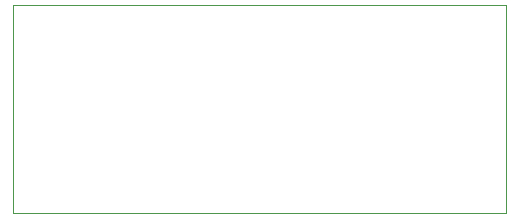
<source format=gbr>
G04 #@! TF.GenerationSoftware,KiCad,Pcbnew,(5.1.6)-1*
G04 #@! TF.CreationDate,2021-12-03T12:33:41+01:00*
G04 #@! TF.ProjectId,USBEMBEDED,55534245-4d42-4454-9445-442e6b696361,rev?*
G04 #@! TF.SameCoordinates,Original*
G04 #@! TF.FileFunction,Profile,NP*
%FSLAX46Y46*%
G04 Gerber Fmt 4.6, Leading zero omitted, Abs format (unit mm)*
G04 Created by KiCad (PCBNEW (5.1.6)-1) date 2021-12-03 12:33:41*
%MOMM*%
%LPD*%
G01*
G04 APERTURE LIST*
G04 #@! TA.AperFunction,Profile*
%ADD10C,0.100000*%
G04 #@! TD*
G04 APERTURE END LIST*
D10*
X135000000Y-91750000D02*
X135000000Y-109330000D01*
X176710000Y-91750000D02*
X135000000Y-91750000D01*
X176720000Y-109350000D02*
X176710000Y-91750000D01*
X135000000Y-109330000D02*
X176720000Y-109350000D01*
M02*

</source>
